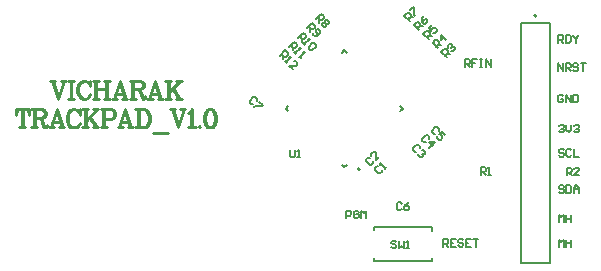
<source format=gto>
G04*
G04 #@! TF.GenerationSoftware,Altium Limited,Altium Designer,23.8.1 (32)*
G04*
G04 Layer_Color=65535*
%FSLAX44Y44*%
%MOMM*%
G71*
G04*
G04 #@! TF.SameCoordinates,2FF213BD-71F3-435E-98A3-311B6935AF75*
G04*
G04*
G04 #@! TF.FilePolarity,Positive*
G04*
G01*
G75*
%ADD10C,0.2000*%
%ADD11C,0.1270*%
%ADD12C,0.2540*%
%ADD13C,0.1520*%
%ADD14C,0.1524*%
D10*
X371609Y90432D02*
G03*
X371609Y90432I-1000J0D01*
G01*
X521062Y220377D02*
G03*
X521062Y220377I-1000J0D01*
G01*
X507617Y10677D02*
X532507D01*
X507617Y213877D02*
X532507D01*
X507617Y10677D02*
Y213877D01*
X532507Y10677D02*
Y213877D01*
X383294Y12311D02*
Y15277D01*
Y12311D02*
X432404D01*
Y15245D01*
X432444Y38487D02*
Y41331D01*
X383454D02*
X432444D01*
X383454Y38722D02*
Y41331D01*
D11*
X308773Y141662D02*
X310859Y139576D01*
X356184Y94250D02*
X358270Y92164D01*
X356184Y189073D02*
X358270Y191159D01*
X308773Y141662D02*
X310859Y143748D01*
X405682Y139576D02*
X407768Y141662D01*
X358270Y92164D02*
X360356Y94250D01*
X405682Y143748D02*
X407768Y141662D01*
X358270Y191159D02*
X360356Y189073D01*
D12*
X110967Y165336D02*
X116046Y150099D01*
X111692Y165336D02*
X116046Y152276D01*
X121125Y165336D02*
X116046Y150099D01*
X109516Y165336D02*
X113869D01*
X118223D02*
X122576D01*
X126712D02*
Y150099D01*
X127437Y165336D02*
Y150099D01*
X124535Y165336D02*
X129614D01*
X124535Y150099D02*
X129614D01*
X142529Y163160D02*
X143254Y160983D01*
Y165336D01*
X142529Y163160D01*
X141078Y164611D01*
X138901Y165336D01*
X137450D01*
X135273Y164611D01*
X133822Y163160D01*
X133097Y161708D01*
X132371Y159532D01*
Y155904D01*
X133097Y153727D01*
X133822Y152276D01*
X135273Y150825D01*
X137450Y150099D01*
X138901D01*
X141078Y150825D01*
X142529Y152276D01*
X143254Y153727D01*
X137450Y165336D02*
X135999Y164611D01*
X134548Y163160D01*
X133822Y161708D01*
X133097Y159532D01*
Y155904D01*
X133822Y153727D01*
X134548Y152276D01*
X135999Y150825D01*
X137450Y150099D01*
X147608Y165336D02*
Y150099D01*
X148333Y165336D02*
Y150099D01*
X157040Y165336D02*
Y150099D01*
X157766Y165336D02*
Y150099D01*
X145431Y165336D02*
X150510D01*
X154863D02*
X159942D01*
X148333Y158081D02*
X157040D01*
X145431Y150099D02*
X150510D01*
X154863D02*
X159942D01*
X168286Y165336D02*
X163207Y150099D01*
X168286Y165336D02*
X173365Y150099D01*
X168286Y163160D02*
X172639Y150099D01*
X164658Y154453D02*
X171188D01*
X161756Y150099D02*
X166109D01*
X170463D02*
X174816D01*
X178952Y165336D02*
Y150099D01*
X179677Y165336D02*
Y150099D01*
X176775Y165336D02*
X185482D01*
X187659Y164611D01*
X188384Y163885D01*
X189110Y162434D01*
Y160983D01*
X188384Y159532D01*
X187659Y158806D01*
X185482Y158081D01*
X179677D01*
X185482Y165336D02*
X186933Y164611D01*
X187659Y163885D01*
X188384Y162434D01*
Y160983D01*
X187659Y159532D01*
X186933Y158806D01*
X185482Y158081D01*
X176775Y150099D02*
X181854D01*
X183305Y158081D02*
X184756Y157355D01*
X185482Y156629D01*
X187659Y151551D01*
X188384Y150825D01*
X189110D01*
X189835Y151551D01*
X184756Y157355D02*
X185482Y155904D01*
X186933Y150825D01*
X187659Y150099D01*
X189110D01*
X189835Y151551D01*
Y152276D01*
X198324Y165336D02*
X193245Y150099D01*
X198324Y165336D02*
X203403Y150099D01*
X198324Y163160D02*
X202678Y150099D01*
X194696Y154453D02*
X201226D01*
X191794Y150099D02*
X196147D01*
X200501D02*
X204854D01*
X208990Y165336D02*
Y150099D01*
X209715Y165336D02*
Y150099D01*
X219148Y165336D02*
X209715Y155904D01*
X213343Y158806D02*
X219148Y150099D01*
X212618Y158806D02*
X218422Y150099D01*
X206813Y165336D02*
X211892D01*
X216245D02*
X220599D01*
X206813Y150099D02*
X211892D01*
X216245D02*
X220599D01*
X85391Y140956D02*
Y125719D01*
X86117Y140956D02*
Y125719D01*
X81038Y140956D02*
X80312Y136603D01*
Y140956D01*
X91195D01*
Y136603D01*
X90470Y140956D01*
X83214Y125719D02*
X88293D01*
X95549Y140956D02*
Y125719D01*
X96274Y140956D02*
Y125719D01*
X93372Y140956D02*
X102079D01*
X104256Y140231D01*
X104981Y139505D01*
X105707Y138054D01*
Y136603D01*
X104981Y135152D01*
X104256Y134426D01*
X102079Y133701D01*
X96274D01*
X102079Y140956D02*
X103530Y140231D01*
X104256Y139505D01*
X104981Y138054D01*
Y136603D01*
X104256Y135152D01*
X103530Y134426D01*
X102079Y133701D01*
X93372Y125719D02*
X98451D01*
X99902Y133701D02*
X101353Y132975D01*
X102079Y132249D01*
X104256Y127170D01*
X104981Y126445D01*
X105707D01*
X106432Y127170D01*
X101353Y132975D02*
X102079Y131524D01*
X103530Y126445D01*
X104256Y125719D01*
X105707D01*
X106432Y127170D01*
Y127896D01*
X114921Y140956D02*
X109842Y125719D01*
X114921Y140956D02*
X120000Y125719D01*
X114921Y138779D02*
X119275Y125719D01*
X111293Y130073D02*
X117823D01*
X108391Y125719D02*
X112745D01*
X117098D02*
X121451D01*
X133568Y138779D02*
X134294Y136603D01*
Y140956D01*
X133568Y138779D01*
X132117Y140231D01*
X129940Y140956D01*
X128489D01*
X126313Y140231D01*
X124861Y138779D01*
X124136Y137328D01*
X123410Y135152D01*
Y131524D01*
X124136Y129347D01*
X124861Y127896D01*
X126313Y126445D01*
X128489Y125719D01*
X129940D01*
X132117Y126445D01*
X133568Y127896D01*
X134294Y129347D01*
X128489Y140956D02*
X127038Y140231D01*
X125587Y138779D01*
X124861Y137328D01*
X124136Y135152D01*
Y131524D01*
X124861Y129347D01*
X125587Y127896D01*
X127038Y126445D01*
X128489Y125719D01*
X138647Y140956D02*
Y125719D01*
X139373Y140956D02*
Y125719D01*
X148805Y140956D02*
X139373Y131524D01*
X143000Y134426D02*
X148805Y125719D01*
X142275Y134426D02*
X148079Y125719D01*
X136470Y140956D02*
X141549D01*
X145903D02*
X150256D01*
X136470Y125719D02*
X141549D01*
X145903D02*
X150256D01*
X154319Y140956D02*
Y125719D01*
X155045Y140956D02*
Y125719D01*
X152142Y140956D02*
X160849D01*
X163026Y140231D01*
X163751Y139505D01*
X164477Y138054D01*
Y135877D01*
X163751Y134426D01*
X163026Y133701D01*
X160849Y132975D01*
X155045D01*
X160849Y140956D02*
X162300Y140231D01*
X163026Y139505D01*
X163751Y138054D01*
Y135877D01*
X163026Y134426D01*
X162300Y133701D01*
X160849Y132975D01*
X152142Y125719D02*
X157221D01*
X173039Y140956D02*
X167960Y125719D01*
X173039Y140956D02*
X178117Y125719D01*
X173039Y138779D02*
X177392Y125719D01*
X169411Y130073D02*
X175941D01*
X166509Y125719D02*
X170862D01*
X175215D02*
X179569D01*
X183704Y140956D02*
Y125719D01*
X184430Y140956D02*
Y125719D01*
X181528Y140956D02*
X188783D01*
X190960Y140231D01*
X192411Y138779D01*
X193137Y137328D01*
X193862Y135152D01*
Y131524D01*
X193137Y129347D01*
X192411Y127896D01*
X190960Y126445D01*
X188783Y125719D01*
X181528D01*
X188783Y140956D02*
X190234Y140231D01*
X191685Y138779D01*
X192411Y137328D01*
X193137Y135152D01*
Y131524D01*
X192411Y129347D01*
X191685Y127896D01*
X190234Y126445D01*
X188783Y125719D01*
X196619Y120640D02*
X208954D01*
X212364Y140956D02*
X217443Y125719D01*
X213089Y140956D02*
X217443Y127896D01*
X222522Y140956D02*
X217443Y125719D01*
X210913Y140956D02*
X215266D01*
X219619D02*
X223973D01*
X225932Y138054D02*
X227383Y138779D01*
X229560Y140956D01*
Y125719D01*
X228834Y140231D02*
Y125719D01*
X225932D02*
X232462D01*
X235799Y127170D02*
X235074Y126445D01*
X235799Y125719D01*
X236525Y126445D01*
X235799Y127170D01*
X243998Y140956D02*
X241821Y140231D01*
X240370Y138054D01*
X239645Y134426D01*
Y132249D01*
X240370Y128622D01*
X241821Y126445D01*
X243998Y125719D01*
X245449D01*
X247626Y126445D01*
X249077Y128622D01*
X249803Y132249D01*
Y134426D01*
X249077Y138054D01*
X247626Y140231D01*
X245449Y140956D01*
X243998D01*
X242547Y140231D01*
X241821Y139505D01*
X241096Y138054D01*
X240370Y134426D01*
Y132249D01*
X241096Y128622D01*
X241821Y127170D01*
X242547Y126445D01*
X243998Y125719D01*
X245449D02*
X246900Y126445D01*
X247626Y127170D01*
X248351Y128622D01*
X249077Y132249D01*
Y134426D01*
X248351Y138054D01*
X247626Y139505D01*
X246900Y140231D01*
X245449Y140956D01*
D13*
X540181Y45453D02*
Y51801D01*
X542297Y49685D01*
X544413Y51801D01*
Y45453D01*
X546529Y51801D02*
Y45453D01*
Y48627D01*
X550760D01*
Y51801D01*
Y45453D01*
X540181Y24320D02*
Y30668D01*
X542297Y28552D01*
X544413Y30668D01*
Y24320D01*
X546529Y30668D02*
Y24320D01*
Y27494D01*
X550760D01*
Y30668D01*
Y24320D01*
X544413Y75533D02*
X543355Y76591D01*
X541239D01*
X540181Y75533D01*
Y74475D01*
X541239Y73417D01*
X543355D01*
X544413Y72359D01*
Y71301D01*
X543355Y70243D01*
X541239D01*
X540181Y71301D01*
X546529Y76591D02*
Y70243D01*
X549702D01*
X550760Y71301D01*
Y75533D01*
X549702Y76591D01*
X546529D01*
X552877Y70243D02*
Y74475D01*
X554992Y76591D01*
X557108Y74475D01*
Y70243D01*
Y73417D01*
X552877D01*
X544413Y106387D02*
X543355Y107445D01*
X541239D01*
X540181Y106387D01*
Y105329D01*
X541239Y104271D01*
X543355D01*
X544413Y103213D01*
Y102155D01*
X543355Y101097D01*
X541239D01*
X540181Y102155D01*
X550760Y106387D02*
X549702Y107445D01*
X547587D01*
X546529Y106387D01*
Y102155D01*
X547587Y101097D01*
X549702D01*
X550760Y102155D01*
X552877Y107445D02*
Y101097D01*
X557108D01*
X540181Y126943D02*
X541239Y128001D01*
X543355D01*
X544413Y126943D01*
Y125885D01*
X543355Y124827D01*
X542297D01*
X543355D01*
X544413Y123769D01*
Y122711D01*
X543355Y121653D01*
X541239D01*
X540181Y122711D01*
X546529Y128001D02*
Y123769D01*
X548644Y121653D01*
X550760Y123769D01*
Y128001D01*
X552877Y126943D02*
X553935Y128001D01*
X556050D01*
X557108Y126943D01*
Y125885D01*
X556050Y124827D01*
X554992D01*
X556050D01*
X557108Y123769D01*
Y122711D01*
X556050Y121653D01*
X553935D01*
X552877Y122711D01*
X543732Y152343D02*
X542674Y153401D01*
X540558D01*
X539500Y152343D01*
Y148111D01*
X540558Y147053D01*
X542674D01*
X543732Y148111D01*
Y150227D01*
X541616D01*
X545848Y147053D02*
Y153401D01*
X550080Y147053D01*
Y153401D01*
X552196D02*
Y147053D01*
X555370D01*
X556428Y148111D01*
Y152343D01*
X555370Y153401D01*
X552196D01*
X539500Y173550D02*
Y179898D01*
X543732Y173550D01*
Y179898D01*
X545848Y173550D02*
Y179898D01*
X549022D01*
X550080Y178840D01*
Y176724D01*
X549022Y175666D01*
X545848D01*
X547964D02*
X550080Y173550D01*
X556428Y178840D02*
X555370Y179898D01*
X553254D01*
X552196Y178840D01*
Y177782D01*
X553254Y176724D01*
X555370D01*
X556428Y175666D01*
Y174608D01*
X555370Y173550D01*
X553254D01*
X552196Y174608D01*
X558544Y179898D02*
X562776D01*
X560660D01*
Y173550D01*
X539500Y197636D02*
Y203984D01*
X542674D01*
X543732Y202926D01*
Y200810D01*
X542674Y199752D01*
X539500D01*
X541616D02*
X543732Y197636D01*
X545848Y203984D02*
Y197636D01*
X549022D01*
X550080Y198694D01*
Y202926D01*
X549022Y203984D01*
X545848D01*
X552196D02*
Y202926D01*
X554312Y200810D01*
X556428Y202926D01*
Y203984D01*
X554312Y200810D02*
Y197636D01*
X284248Y148344D02*
Y149840D01*
X282752Y151337D01*
X281256D01*
X278263Y148344D01*
Y146848D01*
X279759Y145352D01*
X281256D01*
X286492Y147596D02*
X289485Y144604D01*
X288737Y143856D01*
X282752D01*
X282004Y143108D01*
D14*
X546704Y85436D02*
Y91784D01*
X549878D01*
X550936Y90726D01*
Y88610D01*
X549878Y87552D01*
X546704D01*
X548820D02*
X550936Y85436D01*
X557284D02*
X553051D01*
X557284Y89668D01*
Y90726D01*
X556226Y91784D01*
X554109D01*
X553051Y90726D01*
X326796Y209582D02*
X331285Y214070D01*
X333529Y211826D01*
Y210330D01*
X332033Y208834D01*
X330537Y208833D01*
X328292Y211078D01*
X329789Y209582D02*
X329789Y206589D01*
X332033Y205841D02*
Y204345D01*
X333529Y202849D01*
X335025D01*
X338018Y205841D01*
Y207337D01*
X336522Y208834D01*
X335025D01*
X334277Y208085D01*
Y206589D01*
X336522Y204345D01*
X311647Y193965D02*
X316136Y198454D01*
X318380Y196209D01*
Y194713D01*
X316884Y193217D01*
X315388Y193217D01*
X313144Y195461D01*
X314640Y193965D02*
X314640Y190973D01*
X316136Y189477D02*
X317632Y187980D01*
X316884Y188728D01*
X321373Y193217D01*
X319876D01*
Y185736D02*
X321373Y184240D01*
X320625Y184988D01*
X325113Y189477D01*
X323617D01*
X303663Y186409D02*
X308152Y190898D01*
X310396Y188653D01*
Y187157D01*
X308900Y185661D01*
X307404Y185661D01*
X305159Y187905D01*
X306656Y186409D02*
X306656Y183416D01*
X308152Y181920D02*
X309648Y180424D01*
X308900Y181172D01*
X313389Y185661D01*
X311892D01*
X314885Y175187D02*
X311892Y178180D01*
X317877D01*
X318625Y178928D01*
Y180424D01*
X317129Y181920D01*
X315633D01*
X334254Y217547D02*
X338743Y222035D01*
X340987Y219791D01*
Y218295D01*
X339491Y216798D01*
X337995Y216798D01*
X335750Y219043D01*
X337247Y217547D02*
X337247Y214554D01*
X342483Y216798D02*
X343980D01*
X345476Y215302D01*
Y213806D01*
X344728Y213058D01*
X343232D01*
X343232Y211562D01*
X342483Y210814D01*
X340987D01*
X339491Y212310D01*
Y213806D01*
X340239Y214554D01*
X341735Y214554D01*
Y216050D01*
X342483Y216798D01*
X341735Y214554D02*
X343232Y213058D01*
X319284Y201456D02*
X323773Y205945D01*
X326017Y203701D01*
Y202204D01*
X324521Y200708D01*
X323025Y200708D01*
X320780Y202953D01*
X322277Y201456D02*
X322277Y198464D01*
X323773Y196968D02*
X325269Y195471D01*
X324521Y196220D01*
X329010Y200708D01*
X327514D01*
X331254Y196968D02*
X332750D01*
X334247Y195471D01*
Y193975D01*
X331254Y190983D01*
X329758D01*
X328262Y192479D01*
Y193975D01*
X331254Y196968D01*
X413796Y215858D02*
X409308Y220347D01*
X411552Y222591D01*
X413048D01*
X414544Y221095D01*
X414544Y219599D01*
X412300Y217355D01*
X413796Y218851D02*
X416789Y218851D01*
X413796Y224836D02*
X416789Y227828D01*
X417537Y227080D01*
Y221095D01*
X418285Y220347D01*
X421853Y208225D02*
X417364Y212714D01*
X419608Y214958D01*
X421105D01*
X422601Y213462D01*
X422601Y211966D01*
X420356Y209721D01*
X421853Y211217D02*
X424845Y211217D01*
Y220195D02*
X424097Y217950D01*
Y214958D01*
X425593Y213462D01*
X427090D01*
X428586Y214958D01*
Y216454D01*
X427838Y217202D01*
X426341Y217202D01*
X424097Y214958D01*
X429915Y200540D02*
X425426Y205028D01*
X427670Y207273D01*
X429167D01*
X430663Y205777D01*
X430663Y204280D01*
X428419Y202036D01*
X429915Y203532D02*
X432907Y203532D01*
Y212510D02*
X429915Y209517D01*
X432159Y207273D01*
X432907Y209517D01*
X433655Y210265D01*
X435151D01*
X436648Y208769D01*
Y207273D01*
X435151Y205777D01*
X433655D01*
X437693Y192711D02*
X433204Y197200D01*
X435449Y199444D01*
X436945D01*
X438441Y197948D01*
X438441Y196452D01*
X436197Y194207D01*
X437693Y195704D02*
X440686Y195704D01*
X444426Y199444D02*
X439938Y203933D01*
X439938Y199444D01*
X442930Y202437D01*
X473939Y85813D02*
Y92161D01*
X477113D01*
X478171Y91103D01*
Y88987D01*
X477113Y87929D01*
X473939D01*
X476055D02*
X478171Y85813D01*
X480287D02*
X482403D01*
X481345D01*
Y92161D01*
X480287Y91103D01*
X359878Y48973D02*
Y55321D01*
X363052D01*
X364110Y54263D01*
Y52147D01*
X363052Y51089D01*
X359878D01*
X370458Y54263D02*
X369400Y55321D01*
X367284D01*
X366226Y54263D01*
Y50031D01*
X367284Y48973D01*
X369400D01*
X370458Y50031D01*
Y52147D01*
X368342D01*
X372574Y48973D02*
Y55321D01*
X374690Y53205D01*
X376806Y55321D01*
Y48973D01*
X460567Y176991D02*
Y183339D01*
X463741D01*
X464799Y182281D01*
Y180165D01*
X463741Y179107D01*
X460567D01*
X462683D02*
X464799Y176991D01*
X471147Y183339D02*
X466915D01*
Y180165D01*
X469031D01*
X466915D01*
Y176991D01*
X473263Y183339D02*
X475379D01*
X474321D01*
Y176991D01*
X473263D01*
X475379D01*
X478553D02*
Y183339D01*
X482785Y176991D01*
Y183339D01*
X442224Y24924D02*
Y31272D01*
X445398D01*
X446456Y30214D01*
Y28098D01*
X445398Y27040D01*
X442224D01*
X444340D02*
X446456Y24924D01*
X452804Y31272D02*
X448572D01*
Y24924D01*
X452804D01*
X448572Y28098D02*
X450688D01*
X459152Y30214D02*
X458094Y31272D01*
X455978D01*
X454920Y30214D01*
Y29156D01*
X455978Y28098D01*
X458094D01*
X459152Y27040D01*
Y25982D01*
X458094Y24924D01*
X455978D01*
X454920Y25982D01*
X465500Y31272D02*
X461268D01*
Y24924D01*
X465500D01*
X461268Y28098D02*
X463384D01*
X467616Y31272D02*
X471848D01*
X469732D01*
Y24924D01*
X445068Y185156D02*
X440580Y189644D01*
X442824Y191889D01*
X444320D01*
X445816Y190392D01*
X445817Y188896D01*
X443572Y186652D01*
X445068Y188148D02*
X448061Y188148D01*
X445816Y193385D02*
Y194881D01*
X447313Y196377D01*
X448809D01*
X449557Y195629D01*
Y194133D01*
X448809Y193385D01*
X449557Y194133D01*
X451053Y194133D01*
X451801Y193385D01*
Y191889D01*
X450305Y190392D01*
X448809D01*
X312390Y106698D02*
Y101408D01*
X313448Y100350D01*
X315564D01*
X316622Y101408D01*
Y106698D01*
X318738Y100350D02*
X320854D01*
X319796D01*
Y106698D01*
X318738Y105640D01*
X402607Y28947D02*
X401549Y30005D01*
X399433D01*
X398375Y28947D01*
Y27889D01*
X399433Y26831D01*
X401549D01*
X402607Y25773D01*
Y24715D01*
X401549Y23657D01*
X399433D01*
X398375Y24715D01*
X404723Y30005D02*
Y23657D01*
X406839Y25773D01*
X408955Y23657D01*
Y30005D01*
X411071Y23657D02*
X413187D01*
X412129D01*
Y30005D01*
X411071Y28947D01*
X406886Y61225D02*
X405828Y62283D01*
X403712D01*
X402654Y61225D01*
Y56993D01*
X403712Y55935D01*
X405828D01*
X406886Y56993D01*
X413234Y62283D02*
X411118Y61225D01*
X409002Y59109D01*
Y56993D01*
X410060Y55935D01*
X412176D01*
X413234Y56993D01*
Y58051D01*
X412176Y59109D01*
X409002D01*
X438487Y122973D02*
Y124469D01*
X436991Y125965D01*
X435494D01*
X432502Y122973D01*
Y121477D01*
X433998Y119981D01*
X435494D01*
X443723Y119233D02*
X440731Y122225D01*
X438487Y119981D01*
X440731Y119233D01*
X441479Y118484D01*
Y116988D01*
X439983Y115492D01*
X438487D01*
X436991Y116988D01*
Y118484D01*
X430511Y116070D02*
Y117567D01*
X429015Y119063D01*
X427519D01*
X424526Y116070D01*
Y114574D01*
X426022Y113078D01*
X427519D01*
X430511Y108589D02*
X435000Y113078D01*
X430511Y113078D01*
X433503Y110086D01*
X422438Y108161D02*
Y109658D01*
X420942Y111154D01*
X419446D01*
X416453Y108161D01*
Y106665D01*
X417949Y105169D01*
X419446D01*
X423934Y106665D02*
X425430D01*
X426927Y105169D01*
Y103673D01*
X426179Y102925D01*
X424682D01*
X423934Y103673D01*
X424682Y102925D01*
X424682Y101428D01*
X423934Y100680D01*
X422438D01*
X420942Y102177D01*
Y103673D01*
X379949Y100188D02*
X378452D01*
X376956Y98692D01*
Y97196D01*
X379949Y94203D01*
X381445D01*
X382941Y95699D01*
Y97196D01*
X388178Y100936D02*
X385185Y97944D01*
Y103928D01*
X384437Y104677D01*
X382941D01*
X381445Y103180D01*
Y101684D01*
X387321Y92748D02*
X385825D01*
X384329Y91251D01*
Y89755D01*
X387321Y86763D01*
X388817D01*
X390313Y88259D01*
Y89755D01*
X392558Y90503D02*
X394054Y92000D01*
X393306Y91251D01*
X388817Y95740D01*
Y94244D01*
M02*

</source>
